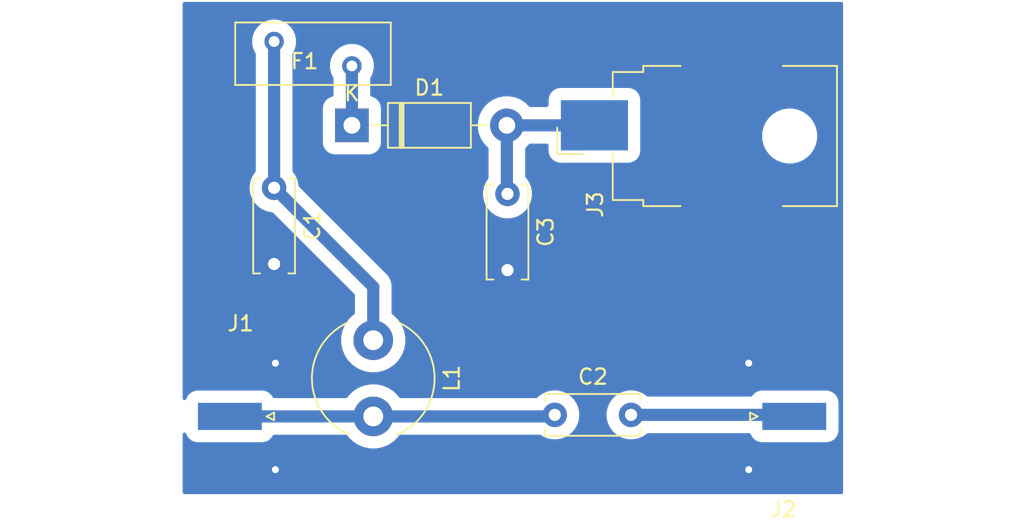
<source format=kicad_pcb>
(kicad_pcb (version 20171130) (host pcbnew "(5.1.9)-1")

  (general
    (thickness 1.6)
    (drawings 4)
    (tracks 13)
    (zones 0)
    (modules 9)
    (nets 7)
  )

  (page A4)
  (layers
    (0 F.Cu signal)
    (31 B.Cu signal)
    (32 B.Adhes user)
    (33 F.Adhes user)
    (34 B.Paste user)
    (35 F.Paste user)
    (36 B.SilkS user)
    (37 F.SilkS user)
    (38 B.Mask user)
    (39 F.Mask user)
    (40 Dwgs.User user)
    (41 Cmts.User user)
    (42 Eco1.User user)
    (43 Eco2.User user)
    (44 Edge.Cuts user)
    (45 Margin user)
    (46 B.CrtYd user)
    (47 F.CrtYd user)
    (48 B.Fab user)
    (49 F.Fab user)
  )

  (setup
    (last_trace_width 0.6)
    (user_trace_width 0.6)
    (user_trace_width 0.8)
    (trace_clearance 0.8)
    (zone_clearance 0.508)
    (zone_45_only no)
    (trace_min 0.2)
    (via_size 0.8)
    (via_drill 0.4)
    (via_min_size 0.4)
    (via_min_drill 0.3)
    (uvia_size 0.3)
    (uvia_drill 0.1)
    (uvias_allowed no)
    (uvia_min_size 0.2)
    (uvia_min_drill 0.1)
    (edge_width 0.05)
    (segment_width 0.2)
    (pcb_text_width 0.3)
    (pcb_text_size 1.5 1.5)
    (mod_edge_width 0.12)
    (mod_text_size 1 1)
    (mod_text_width 0.15)
    (pad_size 3.9 6.2)
    (pad_drill 0)
    (pad_to_mask_clearance 0)
    (aux_axis_origin 0 0)
    (visible_elements 7FFFFFFF)
    (pcbplotparams
      (layerselection 0x010fc_ffffffff)
      (usegerberextensions false)
      (usegerberattributes true)
      (usegerberadvancedattributes true)
      (creategerberjobfile true)
      (excludeedgelayer true)
      (linewidth 0.100000)
      (plotframeref false)
      (viasonmask false)
      (mode 1)
      (useauxorigin false)
      (hpglpennumber 1)
      (hpglpenspeed 20)
      (hpglpendiameter 15.000000)
      (psnegative false)
      (psa4output false)
      (plotreference true)
      (plotvalue true)
      (plotinvisibletext false)
      (padsonsilk false)
      (subtractmaskfromsilk false)
      (outputformat 1)
      (mirror false)
      (drillshape 1)
      (scaleselection 1)
      (outputdirectory ""))
  )

  (net 0 "")
  (net 1 GND)
  (net 2 "Net-(C1-Pad1)")
  (net 3 "Net-(C2-Pad2)")
  (net 4 "Net-(C2-Pad1)")
  (net 5 "Net-(C3-Pad1)")
  (net 6 "Net-(D1-Pad1)")

  (net_class Default "This is the default net class."
    (clearance 0.8)
    (trace_width 0.6)
    (via_dia 0.8)
    (via_drill 0.4)
    (uvia_dia 0.3)
    (uvia_drill 0.1)
    (add_net GND)
    (add_net "Net-(C1-Pad1)")
    (add_net "Net-(C2-Pad1)")
    (add_net "Net-(C2-Pad2)")
    (add_net "Net-(C3-Pad1)")
    (add_net "Net-(D1-Pad1)")
  )

  (module Inductor_THT:L_Radial_D7.8mm_P5.00mm_Fastron_07HCP (layer F.Cu) (tedit 5AE59B06) (tstamp 64F36E48)
    (at 171.3 99.3 270)
    (descr "Inductor, Radial series, Radial, pin pitch=5.00mm, , diameter=7.8mm, Fastron, 07HCP, http://www.abracon.com/Magnetics/radial/AISR875.pdf")
    (tags "Inductor Radial series Radial pin pitch 5.00mm  diameter 7.8mm Fastron 07HCP")
    (path /64F8BFE6)
    (fp_text reference L1 (at 2.5 -5.15 90) (layer F.SilkS)
      (effects (font (size 1 1) (thickness 0.15)))
    )
    (fp_text value 470uHr (at 2.5 5.15 90) (layer F.Fab)
      (effects (font (size 1 1) (thickness 0.15)))
    )
    (fp_circle (center 2.5 0) (end 6.85 0) (layer F.CrtYd) (width 0.05))
    (fp_circle (center 2.5 0) (end 6.4 0) (layer F.Fab) (width 0.1))
    (fp_text user %R (at 2.5 0 90) (layer F.Fab)
      (effects (font (size 1 1) (thickness 0.15)))
    )
    (fp_arc (start 2.5 0) (end -1.20497 1.56) (angle -134.332356) (layer F.SilkS) (width 0.12))
    (fp_arc (start 2.5 0) (end -1.20497 -1.56) (angle 134.332356) (layer F.SilkS) (width 0.12))
    (pad 2 thru_hole circle (at 5 0 270) (size 2.6 2.6) (drill 1.3) (layers *.Cu *.Mask)
      (net 4 "Net-(C2-Pad1)"))
    (pad 1 thru_hole circle (at 0 0 270) (size 2.6 2.6) (drill 1.3) (layers *.Cu *.Mask)
      (net 2 "Net-(C1-Pad1)"))
    (model ${KISYS3DMOD}/Inductor_THT.3dshapes/L_Radial_D7.8mm_P5.00mm_Fastron_07HCP.wrl
      (at (xyz 0 0 0))
      (scale (xyz 1 1 1))
      (rotate (xyz 0 0 0))
    )
  )

  (module Connector_BarrelJack:BarrelJack_CUI_PJ-036AH-SMT_Horizontal (layer F.Cu) (tedit 64F8DD9D) (tstamp 64F36E3D)
    (at 191.6 85.9 90)
    (descr "Surface-mount DC Barrel Jack, http://www.cui.com/product/resource/pj-036ah-smt.pdf")
    (tags "Power Jack SMT")
    (path /64F8CC81)
    (attr smd)
    (fp_text reference J3 (at -4.5 -5.75 90) (layer F.SilkS)
      (effects (font (size 1 1) (thickness 0.15)))
    )
    (fp_text value Jack-DC (at 7.3 -4.5 180) (layer F.Fab)
      (effects (font (size 1 1) (thickness 0.15)))
    )
    (fp_circle (center 0.7 -3.4) (end 0.75 -2.95) (layer F.Fab) (width 0.12))
    (fp_line (start 4.1 -2.5) (end 4.1 -4.5) (layer F.Fab) (width 0.1))
    (fp_line (start 4.5 -2.5) (end 4.1 -2.5) (layer F.Fab) (width 0.1))
    (fp_line (start 4.5 10) (end 4.5 -2.5) (layer F.Fab) (width 0.1))
    (fp_line (start -4.5 10) (end 4.5 10) (layer F.Fab) (width 0.1))
    (fp_line (start -4.5 -2.5) (end -4.5 10) (layer F.Fab) (width 0.1))
    (fp_line (start -4.1 -2.5) (end -4.5 -2.5) (layer F.Fab) (width 0.1))
    (fp_line (start -4.1 -4.5) (end -4.1 -2.5) (layer F.Fab) (width 0.1))
    (fp_line (start 4.1 -4.5) (end -4.1 -4.5) (layer F.Fab) (width 0.1))
    (fp_line (start -1.19 -8.24) (end 0.55 -8.24) (layer F.SilkS) (width 0.12))
    (fp_line (start -1.19 -6.5) (end -1.19 -8.24) (layer F.SilkS) (width 0.12))
    (fp_line (start 4.6 -2.6) (end 4.6 -0.15) (layer F.SilkS) (width 0.12))
    (fp_line (start 4.2 -2.6) (end 4.6 -2.6) (layer F.SilkS) (width 0.12))
    (fp_line (start 4.2 -4.6) (end 4.2 -2.6) (layer F.SilkS) (width 0.12))
    (fp_line (start 2.6 -4.6) (end 4.2 -4.6) (layer F.SilkS) (width 0.12))
    (fp_line (start -4.2 -4.6) (end -1.2 -4.6) (layer F.SilkS) (width 0.12))
    (fp_line (start -4.2 -2.6) (end -4.2 -4.6) (layer F.SilkS) (width 0.12))
    (fp_line (start -4.6 -2.6) (end -4.2 -2.6) (layer F.SilkS) (width 0.12))
    (fp_line (start -4.6 -0.15) (end -4.6 -2.6) (layer F.SilkS) (width 0.12))
    (fp_line (start -4.6 10.1) (end -4.6 6.55) (layer F.SilkS) (width 0.12))
    (fp_line (start 4.6 10.1) (end -4.6 10.1) (layer F.SilkS) (width 0.12))
    (fp_line (start 4.6 6.55) (end 4.6 10.1) (layer F.SilkS) (width 0.12))
    (fp_line (start 8.9 -8.5) (end -8.9 -8.5) (layer F.CrtYd) (width 0.05))
    (fp_line (start 8.9 10.5) (end 8.9 -8.5) (layer F.CrtYd) (width 0.05))
    (fp_line (start -8.9 10.5) (end 8.9 10.5) (layer F.CrtYd) (width 0.05))
    (fp_line (start -8.9 -8.5) (end -8.9 10.5) (layer F.CrtYd) (width 0.05))
    (fp_text user %R (at 0 0 90) (layer F.Fab)
      (effects (font (size 1 1) (thickness 0.15)))
    )
    (pad "" np_thru_hole circle (at 0 7 90) (size 2 2) (drill 2) (layers *.Cu *.Mask))
    (pad 3 smd rect (at 6.45 3.2 90) (size 3.9 6.2) (layers B.Cu F.Paste F.Mask)
      (net 1 GND))
    (pad 2 smd rect (at -6.45 3.2 90) (size 3.9 6.2) (layers B.Cu F.Paste F.Mask)
      (net 1 GND))
    (pad 1 smd rect (at 0.7 -5.8 90) (size 3.3 4.4) (layers B.Cu F.Paste F.Mask)
      (net 5 "Net-(C3-Pad1)"))
    (model ${KISYS3DMOD}/Connector_BarrelJack.3dshapes/BarrelJack_CUI_PJ-036AH-SMT_Horizontal.wrl
      (at (xyz 0 0 0))
      (scale (xyz 1 1 1))
      (rotate (xyz 0 0 0))
    )
  )

  (module Connector_Coaxial:SMA_Molex_73251-2120_EdgeMount_Horizontal (layer F.Cu) (tedit 64F8DD85) (tstamp 64F36E1A)
    (at 198.9 104.3)
    (descr "Molex SMA RF Connector, Edge Mount, (http://www.molex.com/pdm_docs/sd/732512120_sd.pdf)")
    (tags "sma edge")
    (path /64F8A61B)
    (attr smd)
    (fp_text reference J2 (at -0.705 6.1) (layer F.SilkS)
      (effects (font (size 1 1) (thickness 0.15)))
    )
    (fp_text value Coaxial (at -0.1 -6.2) (layer F.Fab)
      (effects (font (size 1 1) (thickness 0.15)))
    )
    (fp_line (start 2.9 0) (end 2.095 0.635) (layer F.Fab) (width 0.1))
    (fp_line (start 2.095 -0.635) (end 2.9 0) (layer F.Fab) (width 0.1))
    (fp_line (start -3.975 -5.33) (end 15.045 -5.33) (layer B.CrtYd) (width 0.05))
    (fp_line (start 15.045 -5.33) (end 15.045 5.33) (layer B.CrtYd) (width 0.05))
    (fp_line (start 15.045 5.33) (end -3.975 5.33) (layer B.CrtYd) (width 0.05))
    (fp_line (start -3.975 -5.33) (end -3.975 5.33) (layer B.CrtYd) (width 0.05))
    (fp_line (start -1.715 3.175) (end -1.715 2.155) (layer F.Fab) (width 0.1))
    (fp_line (start -2.9 0.25) (end -2.9 -0.25) (layer F.Fab) (width 0.1))
    (fp_line (start -2.4 0) (end -2.9 0.25) (layer F.Fab) (width 0.1))
    (fp_line (start -2.9 -0.25) (end -2.4 0) (layer F.Fab) (width 0.1))
    (fp_line (start -2.9 0.25) (end -2.4 0) (layer F.SilkS) (width 0.12))
    (fp_line (start -2.9 -0.25) (end -2.9 0.25) (layer F.SilkS) (width 0.12))
    (fp_line (start -2.4 0) (end -2.9 -0.25) (layer F.SilkS) (width 0.12))
    (fp_line (start 2.095 -0.635) (end -1.715 -0.635) (layer F.Fab) (width 0.1))
    (fp_line (start 2.095 0.635) (end -1.715 0.635) (layer F.Fab) (width 0.1))
    (fp_line (start -1.715 -0.635) (end -1.715 0.635) (layer F.Fab) (width 0.1))
    (fp_line (start -1.715 -3.175) (end -1.715 -2.155) (layer F.Fab) (width 0.1))
    (fp_line (start 15.045 -5.33) (end 15.045 5.33) (layer F.CrtYd) (width 0.05))
    (fp_line (start 15.045 5.33) (end -3.975 5.33) (layer F.CrtYd) (width 0.05))
    (fp_line (start -3.975 -5.33) (end -3.975 5.33) (layer F.CrtYd) (width 0.05))
    (fp_line (start -3.975 -5.33) (end 15.045 -5.33) (layer F.CrtYd) (width 0.05))
    (fp_line (start 2.095 -2.155) (end -1.715 -2.155) (layer F.Fab) (width 0.1))
    (fp_line (start 2.095 2.155) (end -1.715 2.155) (layer F.Fab) (width 0.1))
    (fp_line (start 14.545 -2.64) (end 3.115 -2.64) (layer F.Fab) (width 0.1))
    (fp_line (start 14.545 -2.64) (end 14.545 2.64) (layer F.Fab) (width 0.1))
    (fp_line (start 14.545 2.64) (end 3.115 2.64) (layer F.Fab) (width 0.1))
    (fp_line (start 2.095 -2.155) (end 2.095 2.155) (layer F.Fab) (width 0.1))
    (fp_line (start -1.715 -3.175) (end 3.115 -3.175) (layer F.Fab) (width 0.1))
    (fp_line (start 3.115 -3.175) (end 3.115 3.175) (layer F.Fab) (width 0.1))
    (fp_line (start 3.115 3.175) (end -1.715 3.175) (layer F.Fab) (width 0.1))
    (fp_text user "PCB Edge" (at 2.155 0 270) (layer Dwgs.User)
      (effects (font (size 0.5 0.5) (thickness 0.08)))
    )
    (fp_text user %R (at 9.095 0) (layer F.Fab)
      (effects (font (size 1 1) (thickness 0.15)))
    )
    (pad 2 smd rect (at -2.54 3.4925) (size 0.89 0.46) (layers B.Cu)
      (net 1 GND))
    (pad 2 thru_hole circle (at -2.985 3.4925) (size 0.97 0.97) (drill 0.46) (layers *.Cu)
      (net 1 GND))
    (pad 2 smd rect (at -2.54 3.4925) (size 0.89 0.46) (layers F.Cu)
      (net 1 GND))
    (pad 2 smd rect (at 0 -3.4925) (size 4.19 2.665) (layers B.Cu B.Paste B.Mask)
      (net 1 GND))
    (pad 2 smd rect (at 0 -3.4925) (size 4.19 2.665) (layers F.Cu F.Paste F.Mask)
      (net 1 GND))
    (pad 2 smd rect (at 0 3.4925) (size 4.19 2.665) (layers B.Cu B.Paste B.Mask)
      (net 1 GND))
    (pad 1 smd rect (at 0 0) (size 4.19 1.78) (layers B.Cu F.Paste F.Mask)
      (net 3 "Net-(C2-Pad2)"))
    (pad 2 smd rect (at 0 3.4925) (size 4.19 2.665) (layers F.Cu F.Paste F.Mask)
      (net 1 GND))
    (pad 2 thru_hole circle (at -2.985 -3.4925) (size 0.97 0.97) (drill 0.46) (layers *.Cu)
      (net 1 GND))
    (pad 2 smd rect (at -2.54 -3.4925) (size 0.89 0.46) (layers F.Cu)
      (net 1 GND))
    (pad 2 smd rect (at -2.54 -3.4925) (size 0.89 0.46) (layers B.Cu)
      (net 1 GND))
    (model ${KISYS3DMOD}/Connector_Coaxial.3dshapes/SMA_Molex_73251-2120_EdgeMount_Horizontal.wrl
      (at (xyz 0 0 0))
      (scale (xyz 1 1 1))
      (rotate (xyz 0 0 0))
    )
  )

  (module Connector_Coaxial:SMA_Molex_73251-2120_EdgeMount_Horizontal (layer F.Cu) (tedit 64F8DD8C) (tstamp 64F36DEB)
    (at 161.9 104.3 180)
    (descr "Molex SMA RF Connector, Edge Mount, (http://www.molex.com/pdm_docs/sd/732512120_sd.pdf)")
    (tags "sma edge")
    (path /64F8B2A4)
    (attr smd)
    (fp_text reference J1 (at -0.705 6.1) (layer F.SilkS)
      (effects (font (size 1 1) (thickness 0.15)))
    )
    (fp_text value Coaxial (at -0.2 6.3) (layer F.Fab)
      (effects (font (size 1 1) (thickness 0.15)))
    )
    (fp_line (start 2.9 0) (end 2.095 0.635) (layer F.Fab) (width 0.1))
    (fp_line (start 2.095 -0.635) (end 2.9 0) (layer F.Fab) (width 0.1))
    (fp_line (start -3.975 -5.33) (end 15.045 -5.33) (layer B.CrtYd) (width 0.05))
    (fp_line (start 15.045 -5.33) (end 15.045 5.33) (layer B.CrtYd) (width 0.05))
    (fp_line (start 15.045 5.33) (end -3.975 5.33) (layer B.CrtYd) (width 0.05))
    (fp_line (start -3.975 -5.33) (end -3.975 5.33) (layer B.CrtYd) (width 0.05))
    (fp_line (start -1.715 3.175) (end -1.715 2.155) (layer F.Fab) (width 0.1))
    (fp_line (start -2.9 0.25) (end -2.9 -0.25) (layer F.Fab) (width 0.1))
    (fp_line (start -2.4 0) (end -2.9 0.25) (layer F.Fab) (width 0.1))
    (fp_line (start -2.9 -0.25) (end -2.4 0) (layer F.Fab) (width 0.1))
    (fp_line (start -2.9 0.25) (end -2.4 0) (layer F.SilkS) (width 0.12))
    (fp_line (start -2.9 -0.25) (end -2.9 0.25) (layer F.SilkS) (width 0.12))
    (fp_line (start -2.4 0) (end -2.9 -0.25) (layer F.SilkS) (width 0.12))
    (fp_line (start 2.095 -0.635) (end -1.715 -0.635) (layer F.Fab) (width 0.1))
    (fp_line (start 2.095 0.635) (end -1.715 0.635) (layer F.Fab) (width 0.1))
    (fp_line (start -1.715 -0.635) (end -1.715 0.635) (layer F.Fab) (width 0.1))
    (fp_line (start -1.715 -3.175) (end -1.715 -2.155) (layer F.Fab) (width 0.1))
    (fp_line (start 15.045 -5.33) (end 15.045 5.33) (layer F.CrtYd) (width 0.05))
    (fp_line (start 15.045 5.33) (end -3.975 5.33) (layer F.CrtYd) (width 0.05))
    (fp_line (start -3.975 -5.33) (end -3.975 5.33) (layer F.CrtYd) (width 0.05))
    (fp_line (start -3.975 -5.33) (end 15.045 -5.33) (layer F.CrtYd) (width 0.05))
    (fp_line (start 2.095 -2.155) (end -1.715 -2.155) (layer F.Fab) (width 0.1))
    (fp_line (start 2.095 2.155) (end -1.715 2.155) (layer F.Fab) (width 0.1))
    (fp_line (start 14.545 -2.64) (end 3.115 -2.64) (layer F.Fab) (width 0.1))
    (fp_line (start 14.545 -2.64) (end 14.545 2.64) (layer F.Fab) (width 0.1))
    (fp_line (start 14.545 2.64) (end 3.115 2.64) (layer F.Fab) (width 0.1))
    (fp_line (start 2.095 -2.155) (end 2.095 2.155) (layer F.Fab) (width 0.1))
    (fp_line (start -1.715 -3.175) (end 3.115 -3.175) (layer F.Fab) (width 0.1))
    (fp_line (start 3.115 -3.175) (end 3.115 3.175) (layer F.Fab) (width 0.1))
    (fp_line (start 3.115 3.175) (end -1.715 3.175) (layer F.Fab) (width 0.1))
    (fp_text user "PCB Edge" (at 2.155 0 270) (layer Dwgs.User)
      (effects (font (size 0.5 0.5) (thickness 0.08)))
    )
    (fp_text user %R (at 9.095 0) (layer F.Fab)
      (effects (font (size 1 1) (thickness 0.15)))
    )
    (pad 2 smd rect (at -2.54 3.4925 180) (size 0.89 0.46) (layers B.Cu)
      (net 1 GND))
    (pad 2 thru_hole circle (at -2.985 3.4925 180) (size 0.97 0.97) (drill 0.46) (layers *.Cu)
      (net 1 GND))
    (pad 2 smd rect (at -2.54 3.4925 180) (size 0.89 0.46) (layers F.Cu)
      (net 1 GND))
    (pad 2 smd rect (at 0 -3.4925 180) (size 4.19 2.665) (layers B.Cu B.Paste B.Mask)
      (net 1 GND))
    (pad 2 smd rect (at 0 -3.4925 180) (size 4.19 2.665) (layers F.Cu F.Paste F.Mask)
      (net 1 GND))
    (pad 2 smd rect (at 0 3.4925 180) (size 4.19 2.665) (layers B.Cu B.Paste B.Mask)
      (net 1 GND))
    (pad 1 smd rect (at 0 0 180) (size 4.19 1.78) (layers B.Cu F.Paste F.Mask)
      (net 4 "Net-(C2-Pad1)"))
    (pad 2 smd rect (at 0 3.4925 180) (size 4.19 2.665) (layers F.Cu F.Paste F.Mask)
      (net 1 GND))
    (pad 2 thru_hole circle (at -2.985 -3.4925 180) (size 0.97 0.97) (drill 0.46) (layers *.Cu)
      (net 1 GND))
    (pad 2 smd rect (at -2.54 -3.4925 180) (size 0.89 0.46) (layers F.Cu)
      (net 1 GND))
    (pad 2 smd rect (at -2.54 -3.4925 180) (size 0.89 0.46) (layers B.Cu)
      (net 1 GND))
    (model ${KISYS3DMOD}/Connector_Coaxial.3dshapes/SMA_Molex_73251-2120_EdgeMount_Horizontal.wrl
      (at (xyz 0 0 0))
      (scale (xyz 1 1 1))
      (rotate (xyz 0 0 0))
    )
  )

  (module Fuse:Fuse_BelFuse_0ZRE0016FF_L9.9mm_W3.8mm (layer F.Cu) (tedit 5BAABA7A) (tstamp 64F36DBC)
    (at 164.8 79.7)
    (descr "Fuse 0ZRE0016FF, BelFuse, Radial Leaded PTC,https://www.belfuse.com/resources/datasheets/circuitprotection/ds-cp-0zre-series.pdf")
    (tags "0ZRE BelFuse radial PTC")
    (path /64F8C7BD)
    (fp_text reference F1 (at 2 1.3) (layer F.SilkS)
      (effects (font (size 1 1) (thickness 0.15)))
    )
    (fp_text value "MR_F 100mA" (at 12.3 0) (layer F.Fab)
      (effects (font (size 1 1) (thickness 0.15)))
    )
    (fp_line (start 7.5 -1.1) (end 7.5 2.7) (layer F.Fab) (width 0.1))
    (fp_line (start -2.4 -1.1) (end -2.4 2.7) (layer F.Fab) (width 0.1))
    (fp_line (start -2.4 2.7) (end 7.5 2.7) (layer F.Fab) (width 0.1))
    (fp_line (start -2.4 -1.1) (end 7.5 -1.1) (layer F.Fab) (width 0.1))
    (fp_line (start -2.65 -1.35) (end 7.75 -1.35) (layer F.CrtYd) (width 0.05))
    (fp_line (start -2.65 -1.35) (end -2.65 2.95) (layer F.CrtYd) (width 0.05))
    (fp_line (start 7.75 -1.35) (end 7.75 2.95) (layer F.CrtYd) (width 0.05))
    (fp_line (start -2.65 2.95) (end 7.75 2.95) (layer F.CrtYd) (width 0.05))
    (fp_line (start -2.55 -1.25) (end 7.65 -1.25) (layer F.SilkS) (width 0.12))
    (fp_line (start -2.55 -1.25) (end -2.55 2.85) (layer F.SilkS) (width 0.12))
    (fp_line (start 7.65 -1.25) (end 7.65 2.85) (layer F.SilkS) (width 0.12))
    (fp_line (start -2.55 2.85) (end 7.65 2.85) (layer F.SilkS) (width 0.12))
    (fp_text user %R (at 3.81 0) (layer F.Fab)
      (effects (font (size 1 1) (thickness 0.15)))
    )
    (pad 1 thru_hole circle (at 0 0) (size 1.27 1.27) (drill 0.71) (layers *.Cu *.Mask)
      (net 2 "Net-(C1-Pad1)"))
    (pad 2 thru_hole circle (at 5.1 1.6) (size 1.27 1.27) (drill 0.71) (layers *.Cu *.Mask)
      (net 6 "Net-(D1-Pad1)"))
    (model ${KISYS3DMOD}/Fuse.3dshapes/Fuse_BelFuse_0ZRE_0ZRE0016FF_L9.9mm_W3.8mm.wrl
      (at (xyz 0 0 0))
      (scale (xyz 1 1 1))
      (rotate (xyz 0 0 0))
    )
  )

  (module Diode_THT:D_DO-41_SOD81_P10.16mm_Horizontal (layer F.Cu) (tedit 5AE50CD5) (tstamp 64F36DA9)
    (at 169.9 85.2)
    (descr "Diode, DO-41_SOD81 series, Axial, Horizontal, pin pitch=10.16mm, , length*diameter=5.2*2.7mm^2, , http://www.diodes.com/_files/packages/DO-41%20(Plastic).pdf")
    (tags "Diode DO-41_SOD81 series Axial Horizontal pin pitch 10.16mm  length 5.2mm diameter 2.7mm")
    (path /64F8C443)
    (fp_text reference D1 (at 5.08 -2.47) (layer F.SilkS)
      (effects (font (size 1 1) (thickness 0.15)))
    )
    (fp_text value 1N5819 (at 5.08 2.47) (layer F.Fab)
      (effects (font (size 1 1) (thickness 0.15)))
    )
    (fp_line (start 11.51 -1.6) (end -1.35 -1.6) (layer F.CrtYd) (width 0.05))
    (fp_line (start 11.51 1.6) (end 11.51 -1.6) (layer F.CrtYd) (width 0.05))
    (fp_line (start -1.35 1.6) (end 11.51 1.6) (layer F.CrtYd) (width 0.05))
    (fp_line (start -1.35 -1.6) (end -1.35 1.6) (layer F.CrtYd) (width 0.05))
    (fp_line (start 3.14 -1.47) (end 3.14 1.47) (layer F.SilkS) (width 0.12))
    (fp_line (start 3.38 -1.47) (end 3.38 1.47) (layer F.SilkS) (width 0.12))
    (fp_line (start 3.26 -1.47) (end 3.26 1.47) (layer F.SilkS) (width 0.12))
    (fp_line (start 8.82 0) (end 7.8 0) (layer F.SilkS) (width 0.12))
    (fp_line (start 1.34 0) (end 2.36 0) (layer F.SilkS) (width 0.12))
    (fp_line (start 7.8 -1.47) (end 2.36 -1.47) (layer F.SilkS) (width 0.12))
    (fp_line (start 7.8 1.47) (end 7.8 -1.47) (layer F.SilkS) (width 0.12))
    (fp_line (start 2.36 1.47) (end 7.8 1.47) (layer F.SilkS) (width 0.12))
    (fp_line (start 2.36 -1.47) (end 2.36 1.47) (layer F.SilkS) (width 0.12))
    (fp_line (start 3.16 -1.35) (end 3.16 1.35) (layer F.Fab) (width 0.1))
    (fp_line (start 3.36 -1.35) (end 3.36 1.35) (layer F.Fab) (width 0.1))
    (fp_line (start 3.26 -1.35) (end 3.26 1.35) (layer F.Fab) (width 0.1))
    (fp_line (start 10.16 0) (end 7.68 0) (layer F.Fab) (width 0.1))
    (fp_line (start 0 0) (end 2.48 0) (layer F.Fab) (width 0.1))
    (fp_line (start 7.68 -1.35) (end 2.48 -1.35) (layer F.Fab) (width 0.1))
    (fp_line (start 7.68 1.35) (end 7.68 -1.35) (layer F.Fab) (width 0.1))
    (fp_line (start 2.48 1.35) (end 7.68 1.35) (layer F.Fab) (width 0.1))
    (fp_line (start 2.48 -1.35) (end 2.48 1.35) (layer F.Fab) (width 0.1))
    (fp_text user K (at 0 -2.1) (layer F.SilkS)
      (effects (font (size 1 1) (thickness 0.15)))
    )
    (fp_text user K (at 0 -2.1) (layer F.Fab)
      (effects (font (size 1 1) (thickness 0.15)))
    )
    (fp_text user %R (at 5.47 0) (layer F.Fab)
      (effects (font (size 1 1) (thickness 0.15)))
    )
    (pad 2 thru_hole oval (at 10.16 0) (size 2.2 2.2) (drill 1.1) (layers *.Cu *.Mask)
      (net 5 "Net-(C3-Pad1)"))
    (pad 1 thru_hole rect (at 0 0) (size 2.2 2.2) (drill 1.1) (layers *.Cu *.Mask)
      (net 6 "Net-(D1-Pad1)"))
    (model ${KISYS3DMOD}/Diode_THT.3dshapes/D_DO-41_SOD81_P10.16mm_Horizontal.wrl
      (at (xyz 0 0 0))
      (scale (xyz 1 1 1))
      (rotate (xyz 0 0 0))
    )
  )

  (module Capacitor_THT:C_Disc_D6.0mm_W2.5mm_P5.00mm (layer F.Cu) (tedit 5AE50EF0) (tstamp 64F36D8A)
    (at 180.1 89.7 270)
    (descr "C, Disc series, Radial, pin pitch=5.00mm, , diameter*width=6*2.5mm^2, Capacitor, http://cdn-reichelt.de/documents/datenblatt/B300/DS_KERKO_TC.pdf")
    (tags "C Disc series Radial pin pitch 5.00mm  diameter 6mm width 2.5mm Capacitor")
    (path /64F8B84B)
    (fp_text reference C3 (at 2.5 -2.5 90) (layer F.SilkS)
      (effects (font (size 1 1) (thickness 0.15)))
    )
    (fp_text value 100nF (at 2.5 2.5 90) (layer F.Fab)
      (effects (font (size 1 1) (thickness 0.15)))
    )
    (fp_line (start 6.05 -1.5) (end -1.05 -1.5) (layer F.CrtYd) (width 0.05))
    (fp_line (start 6.05 1.5) (end 6.05 -1.5) (layer F.CrtYd) (width 0.05))
    (fp_line (start -1.05 1.5) (end 6.05 1.5) (layer F.CrtYd) (width 0.05))
    (fp_line (start -1.05 -1.5) (end -1.05 1.5) (layer F.CrtYd) (width 0.05))
    (fp_line (start 5.62 0.925) (end 5.62 1.37) (layer F.SilkS) (width 0.12))
    (fp_line (start 5.62 -1.37) (end 5.62 -0.925) (layer F.SilkS) (width 0.12))
    (fp_line (start -0.62 0.925) (end -0.62 1.37) (layer F.SilkS) (width 0.12))
    (fp_line (start -0.62 -1.37) (end -0.62 -0.925) (layer F.SilkS) (width 0.12))
    (fp_line (start -0.62 1.37) (end 5.62 1.37) (layer F.SilkS) (width 0.12))
    (fp_line (start -0.62 -1.37) (end 5.62 -1.37) (layer F.SilkS) (width 0.12))
    (fp_line (start 5.5 -1.25) (end -0.5 -1.25) (layer F.Fab) (width 0.1))
    (fp_line (start 5.5 1.25) (end 5.5 -1.25) (layer F.Fab) (width 0.1))
    (fp_line (start -0.5 1.25) (end 5.5 1.25) (layer F.Fab) (width 0.1))
    (fp_line (start -0.5 -1.25) (end -0.5 1.25) (layer F.Fab) (width 0.1))
    (fp_text user %R (at 2.5 0 90) (layer F.Fab)
      (effects (font (size 1 1) (thickness 0.15)))
    )
    (pad 2 thru_hole circle (at 5 0 270) (size 1.6 1.6) (drill 0.8) (layers *.Cu *.Mask)
      (net 1 GND))
    (pad 1 thru_hole circle (at 0 0 270) (size 1.6 1.6) (drill 0.8) (layers *.Cu *.Mask)
      (net 5 "Net-(C3-Pad1)"))
    (model ${KISYS3DMOD}/Capacitor_THT.3dshapes/C_Disc_D6.0mm_W2.5mm_P5.00mm.wrl
      (at (xyz 0 0 0))
      (scale (xyz 1 1 1))
      (rotate (xyz 0 0 0))
    )
  )

  (module Capacitor_THT:C_Disc_D6.0mm_W2.5mm_P5.00mm (layer F.Cu) (tedit 5AE50EF0) (tstamp 64F36D75)
    (at 183.2 104.2)
    (descr "C, Disc series, Radial, pin pitch=5.00mm, , diameter*width=6*2.5mm^2, Capacitor, http://cdn-reichelt.de/documents/datenblatt/B300/DS_KERKO_TC.pdf")
    (tags "C Disc series Radial pin pitch 5.00mm  diameter 6mm width 2.5mm Capacitor")
    (path /64F8BAE6)
    (fp_text reference C2 (at 2.5 -2.5) (layer F.SilkS)
      (effects (font (size 1 1) (thickness 0.15)))
    )
    (fp_text value 100nF (at 2.5 2.5) (layer F.Fab)
      (effects (font (size 1 1) (thickness 0.15)))
    )
    (fp_line (start 6.05 -1.5) (end -1.05 -1.5) (layer F.CrtYd) (width 0.05))
    (fp_line (start 6.05 1.5) (end 6.05 -1.5) (layer F.CrtYd) (width 0.05))
    (fp_line (start -1.05 1.5) (end 6.05 1.5) (layer F.CrtYd) (width 0.05))
    (fp_line (start -1.05 -1.5) (end -1.05 1.5) (layer F.CrtYd) (width 0.05))
    (fp_line (start 5.62 0.925) (end 5.62 1.37) (layer F.SilkS) (width 0.12))
    (fp_line (start 5.62 -1.37) (end 5.62 -0.925) (layer F.SilkS) (width 0.12))
    (fp_line (start -0.62 0.925) (end -0.62 1.37) (layer F.SilkS) (width 0.12))
    (fp_line (start -0.62 -1.37) (end -0.62 -0.925) (layer F.SilkS) (width 0.12))
    (fp_line (start -0.62 1.37) (end 5.62 1.37) (layer F.SilkS) (width 0.12))
    (fp_line (start -0.62 -1.37) (end 5.62 -1.37) (layer F.SilkS) (width 0.12))
    (fp_line (start 5.5 -1.25) (end -0.5 -1.25) (layer F.Fab) (width 0.1))
    (fp_line (start 5.5 1.25) (end 5.5 -1.25) (layer F.Fab) (width 0.1))
    (fp_line (start -0.5 1.25) (end 5.5 1.25) (layer F.Fab) (width 0.1))
    (fp_line (start -0.5 -1.25) (end -0.5 1.25) (layer F.Fab) (width 0.1))
    (fp_text user %R (at 2.5 0) (layer F.Fab)
      (effects (font (size 1 1) (thickness 0.15)))
    )
    (pad 2 thru_hole circle (at 5 0) (size 1.6 1.6) (drill 0.8) (layers *.Cu *.Mask)
      (net 3 "Net-(C2-Pad2)"))
    (pad 1 thru_hole circle (at 0 0) (size 1.6 1.6) (drill 0.8) (layers *.Cu *.Mask)
      (net 4 "Net-(C2-Pad1)"))
    (model ${KISYS3DMOD}/Capacitor_THT.3dshapes/C_Disc_D6.0mm_W2.5mm_P5.00mm.wrl
      (at (xyz 0 0 0))
      (scale (xyz 1 1 1))
      (rotate (xyz 0 0 0))
    )
  )

  (module Capacitor_THT:C_Disc_D6.0mm_W2.5mm_P5.00mm (layer F.Cu) (tedit 5AE50EF0) (tstamp 64F36D60)
    (at 164.8 89.3 270)
    (descr "C, Disc series, Radial, pin pitch=5.00mm, , diameter*width=6*2.5mm^2, Capacitor, http://cdn-reichelt.de/documents/datenblatt/B300/DS_KERKO_TC.pdf")
    (tags "C Disc series Radial pin pitch 5.00mm  diameter 6mm width 2.5mm Capacitor")
    (path /64F8BD98)
    (fp_text reference C1 (at 2.5 -2.5 90) (layer F.SilkS)
      (effects (font (size 1 1) (thickness 0.15)))
    )
    (fp_text value 100nF (at 2.5 2.5 90) (layer F.Fab)
      (effects (font (size 1 1) (thickness 0.15)))
    )
    (fp_line (start 6.05 -1.5) (end -1.05 -1.5) (layer F.CrtYd) (width 0.05))
    (fp_line (start 6.05 1.5) (end 6.05 -1.5) (layer F.CrtYd) (width 0.05))
    (fp_line (start -1.05 1.5) (end 6.05 1.5) (layer F.CrtYd) (width 0.05))
    (fp_line (start -1.05 -1.5) (end -1.05 1.5) (layer F.CrtYd) (width 0.05))
    (fp_line (start 5.62 0.925) (end 5.62 1.37) (layer F.SilkS) (width 0.12))
    (fp_line (start 5.62 -1.37) (end 5.62 -0.925) (layer F.SilkS) (width 0.12))
    (fp_line (start -0.62 0.925) (end -0.62 1.37) (layer F.SilkS) (width 0.12))
    (fp_line (start -0.62 -1.37) (end -0.62 -0.925) (layer F.SilkS) (width 0.12))
    (fp_line (start -0.62 1.37) (end 5.62 1.37) (layer F.SilkS) (width 0.12))
    (fp_line (start -0.62 -1.37) (end 5.62 -1.37) (layer F.SilkS) (width 0.12))
    (fp_line (start 5.5 -1.25) (end -0.5 -1.25) (layer F.Fab) (width 0.1))
    (fp_line (start 5.5 1.25) (end 5.5 -1.25) (layer F.Fab) (width 0.1))
    (fp_line (start -0.5 1.25) (end 5.5 1.25) (layer F.Fab) (width 0.1))
    (fp_line (start -0.5 -1.25) (end -0.5 1.25) (layer F.Fab) (width 0.1))
    (fp_text user %R (at 2.5 0 90) (layer F.Fab)
      (effects (font (size 1 1) (thickness 0.15)))
    )
    (pad 2 thru_hole circle (at 5 0 270) (size 1.6 1.6) (drill 0.8) (layers *.Cu *.Mask)
      (net 1 GND))
    (pad 1 thru_hole circle (at 0 0 270) (size 1.6 1.6) (drill 0.8) (layers *.Cu *.Mask)
      (net 2 "Net-(C1-Pad1)"))
    (model ${KISYS3DMOD}/Capacitor_THT.3dshapes/C_Disc_D6.0mm_W2.5mm_P5.00mm.wrl
      (at (xyz 0 0 0))
      (scale (xyz 1 1 1))
      (rotate (xyz 0 0 0))
    )
  )

  (gr_line (start 158.8 77.1) (end 202.2 77.2) (layer Dwgs.User) (width 0.15))
  (gr_line (start 158.8 109.6) (end 158.8 77.1) (layer Dwgs.User) (width 0.15))
  (gr_line (start 202.1 109.6) (end 158.8 109.6) (layer Dwgs.User) (width 0.15))
  (gr_line (start 202.1 77.1) (end 202.1 109.6) (layer Dwgs.User) (width 0.15))

  (segment (start 164.8 79.7) (end 164.8 89.3) (width 0.8) (layer B.Cu) (net 2))
  (segment (start 171.3 95.8) (end 164.8 89.3) (width 0.8) (layer B.Cu) (net 2))
  (segment (start 171.3 99.3) (end 171.3 95.8) (width 0.8) (layer B.Cu) (net 2))
  (segment (start 198.8 104.2) (end 198.9 104.3) (width 0.8) (layer F.Cu) (net 3))
  (segment (start 188.2 104.2) (end 198.8 104.2) (width 0.8) (layer B.Cu) (net 3))
  (segment (start 183 104.3) (end 183.2 104.1) (width 0.8) (layer F.Cu) (net 4))
  (segment (start 161.9 104.3) (end 171.3 104.3) (width 0.8) (layer B.Cu) (net 4))
  (segment (start 183.1 104.3) (end 183.2 104.2) (width 0.8) (layer F.Cu) (net 4))
  (segment (start 171.3 104.3) (end 183.1 104.3) (width 0.8) (layer B.Cu) (net 4))
  (segment (start 185.8 85.2) (end 180.06 85.2) (width 0.8) (layer B.Cu) (net 5))
  (segment (start 180.06 89.66) (end 180.1 89.7) (width 0.8) (layer F.Cu) (net 5))
  (segment (start 180.06 85.2) (end 180.06 89.66) (width 0.8) (layer B.Cu) (net 5))
  (segment (start 169.9 85.2) (end 169.9 81.3) (width 0.8) (layer B.Cu) (net 6))

  (zone (net 1) (net_name GND) (layer B.Cu) (tstamp 0) (hatch edge 0.508)
    (connect_pads yes (clearance 0.508))
    (min_thickness 0.254)
    (fill yes (arc_segments 32) (thermal_gap 0.508) (thermal_bridge_width 0.508))
    (polygon
      (pts
        (xy 202.1 109.4) (xy 158.8 109.4) (xy 158.8 77.1) (xy 202.1 77.1)
      )
    )
    (filled_polygon
      (pts
        (xy 201.973 109.273) (xy 158.927 109.273) (xy 158.927 105.489038) (xy 158.94442 105.546464) (xy 159.030499 105.707505)
        (xy 159.146341 105.848659) (xy 159.287495 105.964501) (xy 159.448536 106.05058) (xy 159.623276 106.103587) (xy 159.805 106.121485)
        (xy 163.995 106.121485) (xy 164.176724 106.103587) (xy 164.351464 106.05058) (xy 164.512505 105.964501) (xy 164.653659 105.848659)
        (xy 164.769501 105.707505) (xy 164.812532 105.627) (xy 169.508283 105.627) (xy 169.570176 105.71963) (xy 169.88037 106.029824)
        (xy 170.24512 106.273542) (xy 170.650408 106.441418) (xy 171.08066 106.527) (xy 171.51934 106.527) (xy 171.949592 106.441418)
        (xy 172.35488 106.273542) (xy 172.71963 106.029824) (xy 173.029824 105.71963) (xy 173.091717 105.627) (xy 182.22714 105.627)
        (xy 182.381959 105.730447) (xy 182.696253 105.860632) (xy 183.029905 105.927) (xy 183.370095 105.927) (xy 183.703747 105.860632)
        (xy 184.018041 105.730447) (xy 184.300898 105.541448) (xy 184.541448 105.300898) (xy 184.730447 105.018041) (xy 184.860632 104.703747)
        (xy 184.927 104.370095) (xy 184.927 104.029905) (xy 186.473 104.029905) (xy 186.473 104.370095) (xy 186.539368 104.703747)
        (xy 186.669553 105.018041) (xy 186.858552 105.300898) (xy 187.099102 105.541448) (xy 187.381959 105.730447) (xy 187.696253 105.860632)
        (xy 188.029905 105.927) (xy 188.370095 105.927) (xy 188.703747 105.860632) (xy 189.018041 105.730447) (xy 189.300898 105.541448)
        (xy 189.315346 105.527) (xy 195.938516 105.527) (xy 195.94442 105.546464) (xy 196.030499 105.707505) (xy 196.146341 105.848659)
        (xy 196.287495 105.964501) (xy 196.448536 106.05058) (xy 196.623276 106.103587) (xy 196.805 106.121485) (xy 200.995 106.121485)
        (xy 201.176724 106.103587) (xy 201.351464 106.05058) (xy 201.512505 105.964501) (xy 201.653659 105.848659) (xy 201.769501 105.707505)
        (xy 201.85558 105.546464) (xy 201.908587 105.371724) (xy 201.926485 105.19) (xy 201.926485 103.41) (xy 201.908587 103.228276)
        (xy 201.85558 103.053536) (xy 201.769501 102.892495) (xy 201.653659 102.751341) (xy 201.512505 102.635499) (xy 201.351464 102.54942)
        (xy 201.176724 102.496413) (xy 200.995 102.478515) (xy 196.805 102.478515) (xy 196.623276 102.496413) (xy 196.448536 102.54942)
        (xy 196.287495 102.635499) (xy 196.146341 102.751341) (xy 196.046498 102.873) (xy 189.315346 102.873) (xy 189.300898 102.858552)
        (xy 189.018041 102.669553) (xy 188.703747 102.539368) (xy 188.370095 102.473) (xy 188.029905 102.473) (xy 187.696253 102.539368)
        (xy 187.381959 102.669553) (xy 187.099102 102.858552) (xy 186.858552 103.099102) (xy 186.669553 103.381959) (xy 186.539368 103.696253)
        (xy 186.473 104.029905) (xy 184.927 104.029905) (xy 184.860632 103.696253) (xy 184.730447 103.381959) (xy 184.541448 103.099102)
        (xy 184.300898 102.858552) (xy 184.018041 102.669553) (xy 183.703747 102.539368) (xy 183.370095 102.473) (xy 183.029905 102.473)
        (xy 182.696253 102.539368) (xy 182.381959 102.669553) (xy 182.099102 102.858552) (xy 181.984654 102.973) (xy 173.091717 102.973)
        (xy 173.029824 102.88037) (xy 172.71963 102.570176) (xy 172.35488 102.326458) (xy 171.949592 102.158582) (xy 171.51934 102.073)
        (xy 171.08066 102.073) (xy 170.650408 102.158582) (xy 170.24512 102.326458) (xy 169.88037 102.570176) (xy 169.570176 102.88037)
        (xy 169.508283 102.973) (xy 164.812532 102.973) (xy 164.769501 102.892495) (xy 164.653659 102.751341) (xy 164.512505 102.635499)
        (xy 164.351464 102.54942) (xy 164.176724 102.496413) (xy 163.995 102.478515) (xy 159.805 102.478515) (xy 159.623276 102.496413)
        (xy 159.448536 102.54942) (xy 159.287495 102.635499) (xy 159.146341 102.751341) (xy 159.030499 102.892495) (xy 158.94442 103.053536)
        (xy 158.927 103.110962) (xy 158.927 89.129905) (xy 163.073 89.129905) (xy 163.073 89.470095) (xy 163.139368 89.803747)
        (xy 163.269553 90.118041) (xy 163.458552 90.400898) (xy 163.699102 90.641448) (xy 163.981959 90.830447) (xy 164.296253 90.960632)
        (xy 164.629905 91.027) (xy 164.65034 91.027) (xy 169.973001 96.349662) (xy 169.973001 97.508282) (xy 169.88037 97.570176)
        (xy 169.570176 97.88037) (xy 169.326458 98.24512) (xy 169.158582 98.650408) (xy 169.073 99.08066) (xy 169.073 99.51934)
        (xy 169.158582 99.949592) (xy 169.326458 100.35488) (xy 169.570176 100.71963) (xy 169.88037 101.029824) (xy 170.24512 101.273542)
        (xy 170.650408 101.441418) (xy 171.08066 101.527) (xy 171.51934 101.527) (xy 171.949592 101.441418) (xy 172.35488 101.273542)
        (xy 172.71963 101.029824) (xy 173.029824 100.71963) (xy 173.273542 100.35488) (xy 173.441418 99.949592) (xy 173.527 99.51934)
        (xy 173.527 99.08066) (xy 173.441418 98.650408) (xy 173.273542 98.24512) (xy 173.029824 97.88037) (xy 172.71963 97.570176)
        (xy 172.627 97.508283) (xy 172.627 95.865173) (xy 172.633419 95.799999) (xy 172.627 95.734825) (xy 172.627 95.734816)
        (xy 172.607799 95.539863) (xy 172.531919 95.289722) (xy 172.408698 95.05919) (xy 172.284422 94.907761) (xy 172.284421 94.90776)
        (xy 172.24287 94.85713) (xy 172.19224 94.815579) (xy 166.527 89.15034) (xy 166.527 89.129905) (xy 166.460632 88.796253)
        (xy 166.330447 88.481959) (xy 166.141448 88.199102) (xy 166.127 88.184654) (xy 166.127 84.1) (xy 167.868515 84.1)
        (xy 167.868515 86.3) (xy 167.886413 86.481724) (xy 167.93942 86.656464) (xy 168.025499 86.817505) (xy 168.141341 86.958659)
        (xy 168.282495 87.074501) (xy 168.443536 87.16058) (xy 168.618276 87.213587) (xy 168.8 87.231485) (xy 171 87.231485)
        (xy 171.181724 87.213587) (xy 171.356464 87.16058) (xy 171.517505 87.074501) (xy 171.658659 86.958659) (xy 171.774501 86.817505)
        (xy 171.86058 86.656464) (xy 171.913587 86.481724) (xy 171.931485 86.3) (xy 171.931485 85.000358) (xy 178.033 85.000358)
        (xy 178.033 85.399642) (xy 178.110896 85.791254) (xy 178.263696 86.160145) (xy 178.485526 86.492137) (xy 178.733 86.739611)
        (xy 178.733001 88.637342) (xy 178.569553 88.881959) (xy 178.439368 89.196253) (xy 178.373 89.529905) (xy 178.373 89.870095)
        (xy 178.439368 90.203747) (xy 178.569553 90.518041) (xy 178.758552 90.800898) (xy 178.999102 91.041448) (xy 179.281959 91.230447)
        (xy 179.596253 91.360632) (xy 179.929905 91.427) (xy 180.270095 91.427) (xy 180.603747 91.360632) (xy 180.918041 91.230447)
        (xy 181.200898 91.041448) (xy 181.441448 90.800898) (xy 181.630447 90.518041) (xy 181.760632 90.203747) (xy 181.827 89.870095)
        (xy 181.827 89.529905) (xy 181.760632 89.196253) (xy 181.630447 88.881959) (xy 181.441448 88.599102) (xy 181.387 88.544654)
        (xy 181.387 86.739611) (xy 181.599611 86.527) (xy 182.668515 86.527) (xy 182.668515 86.85) (xy 182.686413 87.031724)
        (xy 182.73942 87.206464) (xy 182.825499 87.367505) (xy 182.941341 87.508659) (xy 183.082495 87.624501) (xy 183.243536 87.71058)
        (xy 183.418276 87.763587) (xy 183.6 87.781485) (xy 188 87.781485) (xy 188.181724 87.763587) (xy 188.356464 87.71058)
        (xy 188.517505 87.624501) (xy 188.658659 87.508659) (xy 188.774501 87.367505) (xy 188.86058 87.206464) (xy 188.913587 87.031724)
        (xy 188.931485 86.85) (xy 188.931485 85.710207) (xy 196.673 85.710207) (xy 196.673 86.089793) (xy 196.747053 86.462085)
        (xy 196.892315 86.812777) (xy 197.103201 87.128391) (xy 197.371609 87.396799) (xy 197.687223 87.607685) (xy 198.037915 87.752947)
        (xy 198.410207 87.827) (xy 198.789793 87.827) (xy 199.162085 87.752947) (xy 199.512777 87.607685) (xy 199.828391 87.396799)
        (xy 200.096799 87.128391) (xy 200.307685 86.812777) (xy 200.452947 86.462085) (xy 200.527 86.089793) (xy 200.527 85.710207)
        (xy 200.452947 85.337915) (xy 200.307685 84.987223) (xy 200.096799 84.671609) (xy 199.828391 84.403201) (xy 199.512777 84.192315)
        (xy 199.162085 84.047053) (xy 198.789793 83.973) (xy 198.410207 83.973) (xy 198.037915 84.047053) (xy 197.687223 84.192315)
        (xy 197.371609 84.403201) (xy 197.103201 84.671609) (xy 196.892315 84.987223) (xy 196.747053 85.337915) (xy 196.673 85.710207)
        (xy 188.931485 85.710207) (xy 188.931485 83.55) (xy 188.913587 83.368276) (xy 188.86058 83.193536) (xy 188.774501 83.032495)
        (xy 188.658659 82.891341) (xy 188.517505 82.775499) (xy 188.356464 82.68942) (xy 188.181724 82.636413) (xy 188 82.618515)
        (xy 183.6 82.618515) (xy 183.418276 82.636413) (xy 183.243536 82.68942) (xy 183.082495 82.775499) (xy 182.941341 82.891341)
        (xy 182.825499 83.032495) (xy 182.73942 83.193536) (xy 182.686413 83.368276) (xy 182.668515 83.55) (xy 182.668515 83.873)
        (xy 181.599611 83.873) (xy 181.352137 83.625526) (xy 181.020145 83.403696) (xy 180.651254 83.250896) (xy 180.259642 83.173)
        (xy 179.860358 83.173) (xy 179.468746 83.250896) (xy 179.099855 83.403696) (xy 178.767863 83.625526) (xy 178.485526 83.907863)
        (xy 178.263696 84.239855) (xy 178.110896 84.608746) (xy 178.033 85.000358) (xy 171.931485 85.000358) (xy 171.931485 84.1)
        (xy 171.913587 83.918276) (xy 171.86058 83.743536) (xy 171.774501 83.582495) (xy 171.658659 83.441341) (xy 171.517505 83.325499)
        (xy 171.356464 83.23942) (xy 171.227 83.200147) (xy 171.227 82.125531) (xy 171.284227 82.039885) (xy 171.401973 81.755619)
        (xy 171.462 81.453844) (xy 171.462 81.146156) (xy 171.401973 80.844381) (xy 171.284227 80.560115) (xy 171.113285 80.304283)
        (xy 170.895717 80.086715) (xy 170.639885 79.915773) (xy 170.355619 79.798027) (xy 170.053844 79.738) (xy 169.746156 79.738)
        (xy 169.444381 79.798027) (xy 169.160115 79.915773) (xy 168.904283 80.086715) (xy 168.686715 80.304283) (xy 168.515773 80.560115)
        (xy 168.398027 80.844381) (xy 168.338 81.146156) (xy 168.338 81.453844) (xy 168.398027 81.755619) (xy 168.515773 82.039885)
        (xy 168.573001 82.125532) (xy 168.573001 83.200147) (xy 168.443536 83.23942) (xy 168.282495 83.325499) (xy 168.141341 83.441341)
        (xy 168.025499 83.582495) (xy 167.93942 83.743536) (xy 167.886413 83.918276) (xy 167.868515 84.1) (xy 166.127 84.1)
        (xy 166.127 80.525531) (xy 166.184227 80.439885) (xy 166.301973 80.155619) (xy 166.362 79.853844) (xy 166.362 79.546156)
        (xy 166.301973 79.244381) (xy 166.184227 78.960115) (xy 166.013285 78.704283) (xy 165.795717 78.486715) (xy 165.539885 78.315773)
        (xy 165.255619 78.198027) (xy 164.953844 78.138) (xy 164.646156 78.138) (xy 164.344381 78.198027) (xy 164.060115 78.315773)
        (xy 163.804283 78.486715) (xy 163.586715 78.704283) (xy 163.415773 78.960115) (xy 163.298027 79.244381) (xy 163.238 79.546156)
        (xy 163.238 79.853844) (xy 163.298027 80.155619) (xy 163.415773 80.439885) (xy 163.473 80.525531) (xy 163.473001 88.184653)
        (xy 163.458552 88.199102) (xy 163.269553 88.481959) (xy 163.139368 88.796253) (xy 163.073 89.129905) (xy 158.927 89.129905)
        (xy 158.927 77.227) (xy 201.973 77.227)
      )
    )
  )
)

</source>
